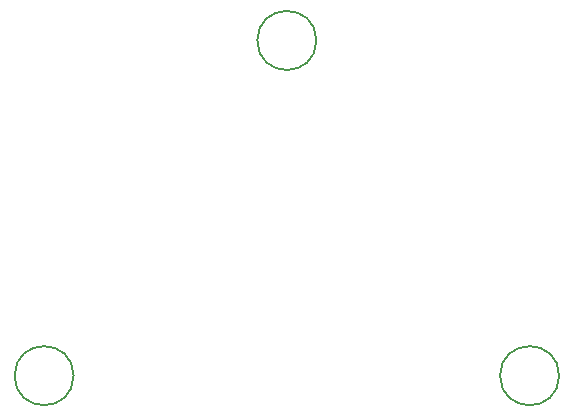
<source format=gbr>
%TF.GenerationSoftware,KiCad,Pcbnew,(6.0.9)*%
%TF.CreationDate,2023-01-27T21:07:44-09:00*%
%TF.ProjectId,GAUGE_Analog Instruments,47415547-455f-4416-9e61-6c6f6720496e,rev?*%
%TF.SameCoordinates,Original*%
%TF.FileFunction,Other,Comment*%
%FSLAX46Y46*%
G04 Gerber Fmt 4.6, Leading zero omitted, Abs format (unit mm)*
G04 Created by KiCad (PCBNEW (6.0.9)) date 2023-01-27 21:07:44*
%MOMM*%
%LPD*%
G01*
G04 APERTURE LIST*
%ADD10C,0.150000*%
G04 APERTURE END LIST*
D10*
%TO.C,H3*%
X182437766Y-78484574D02*
G75*
G03*
X182437766Y-78484574I-2500000J0D01*
G01*
%TO.C,H2*%
X202991250Y-106867951D02*
G75*
G03*
X202991250Y-106867951I-2500000J0D01*
G01*
%TO.C,H1*%
X161884281Y-106867951D02*
G75*
G03*
X161884281Y-106867951I-2500000J0D01*
G01*
%TD*%
M02*

</source>
